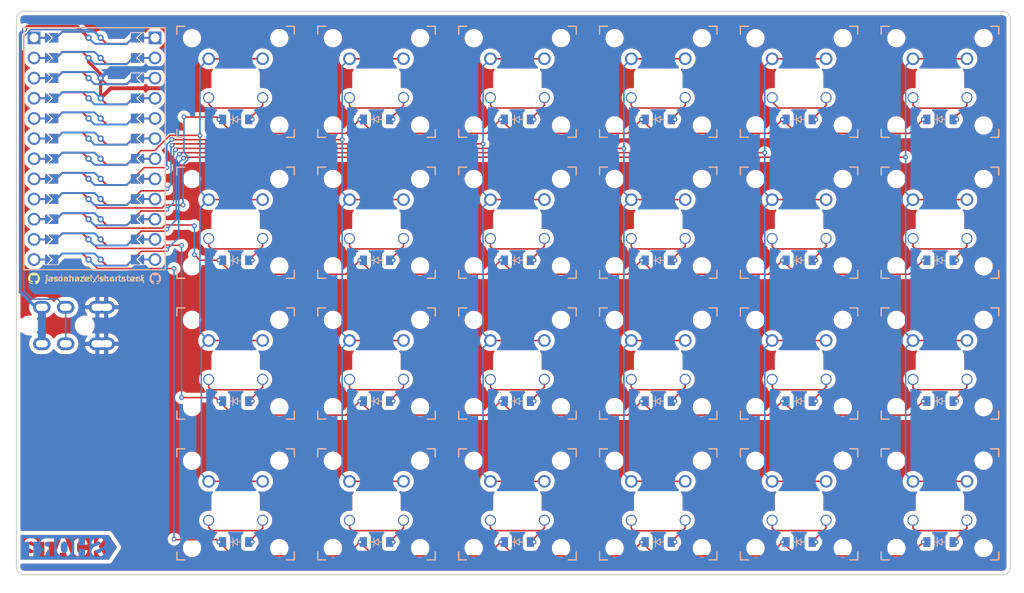
<source format=kicad_pcb>
(kicad_pcb (version 20211014) (generator pcbnew)
  (title_block (title "shortstack") (rev "v1.0.0") (company "Unknown"))
  (layers (0 "F.Cu" signal) (31 "B.Cu" signal) (34 "B.Paste" user) (35 "F.Paste" user) (36 "B.SilkS" user "B.Silkscreen") (37 "F.SilkS" user "F.Silkscreen") (38 "B.Mask" user) (39 "F.Mask" user) (44 "Edge.Cuts" user))
  (net 0 "")
  (net 1 "/r0")
  (net 2 "Net-(D1-Pad2)")
  (net 3 "/r1")
  (net 4 "Net-(D2-Pad2)")
  (net 5 "/r2")
  (net 6 "Net-(D3-Pad2)")
  (net 7 "/r3")
  (net 8 "Net-(D4-Pad2)")
  (net 9 "Net-(D5-Pad2)")
  (net 10 "Net-(D6-Pad2)")
  (net 11 "Net-(D7-Pad2)")
  (net 12 "Net-(D8-Pad2)")
  (net 13 "Net-(D9-Pad2)")
  (net 14 "Net-(D10-Pad2)")
  (net 15 "Net-(D11-Pad2)")
  (net 16 "Net-(D12-Pad2)")
  (net 17 "Net-(D13-Pad2)")
  (net 18 "Net-(D14-Pad2)")
  (net 19 "Net-(D15-Pad2)")
  (net 20 "Net-(D16-Pad2)")
  (net 21 "Net-(D17-Pad2)")
  (net 22 "Net-(D18-Pad2)")
  (net 23 "Net-(D19-Pad2)")
  (net 24 "Net-(D20-Pad2)")
  (net 25 "Net-(D21-Pad2)")
  (net 26 "Net-(D22-Pad2)")
  (net 27 "Net-(D23-Pad2)")
  (net 28 "Net-(D24-Pad2)")
  (net 29 "/c0")
  (net 30 "/c1")
  (net 31 "/c2")
  (net 32 "/c3")
  (net 33 "/c4")
  (net 34 "/c5")
  (net 44 "/GND")
  (net 45 "/TX")
  (net 46 "/RAW")
  (footprint "0-jasonhazel-footprints:Kailh-PG1425-X-Switch-revers" (layer "F.Cu") (at 35.5 0)
    (fp_text reference "SW9" hide)
    (fp_text value "SW_PUSH" hide)
  )
  (footprint "0-jasonhazel-footprints:Kailh-PG1425-X-Switch-revers" (layer "F.Cu") (at 71 0)
    (fp_text reference "SW17" hide)
    (fp_text value "SW_PUSH" hide)
  )
  (footprint "0-jasonhazel-footprints:Kailh-PG1425-X-Switch-revers" (layer "F.Cu") (at 88.75 -53.25)
    (fp_text reference "SW24" hide)
    (fp_text value "SW_PUSH" hide)
  )
  (footprint "kibuzzard-63D71F2F" (layer "F.Cu") (at -21.026569 5.41469)
    (fp_text reference "kibuzzard-63D71F2F" hide)
    (fp_text value "G***" hide)
  )
  (footprint "0-jasonhazel-footprints:Kailh-PG1425-X-Switch-revers" (layer "F.Cu") (at 0 -35.5)
    (fp_text reference "SW3" hide)
    (fp_text value "SW_PUSH" hide)
  )
  (footprint "0-jasonhazel-footprints:Kailh-PG1425-X-Switch-revers" (layer "F.Cu") (at 0 -53.25)
    (fp_text reference "SW4" hide)
    (fp_text value "SW_PUSH" hide)
  )
  (footprint "0-jasonhazel-footprints:Kailh-PG1425-X-Switch-revers" (layer "F.Cu") (at 88.75 0)
    (fp_text reference "SW21" hide)
    (fp_text value "SW_PUSH" hide)
  )
  (footprint "0-jasonhazel-footprints:Kailh-PG1425-X-Switch-revers" (layer "F.Cu") (at 17.75 -17.75)
    (fp_text reference "SW6" hide)
    (fp_text value "SW_PUSH" hide)
  )
  (footprint "0-jasonhazel-footprints:TRRS-PJ-320A-dual" (layer "F.Cu") (at -22.058891 -22.650274 90)
    (fp_text reference "J1" hide)
    (fp_text value "Conn_01x04_Male" hide)
  )
  (footprint "0-jasonhazel-footprints:Kailh-PG1425-X-Switch-revers" (layer "F.Cu") (at 53.25 -53.25)
    (fp_text reference "SW16" hide)
    (fp_text value "SW_PUSH" hide)
  )
  (footprint "0-jasonhazel-footprints:Kailh-PG1425-X-Switch-revers" (layer "F.Cu") (at 71 -35.5)
    (fp_text reference "SW19" hide)
    (fp_text value "SW_PUSH" hide)
  )
  (footprint "0-jasonhazel-footprints:github" (layer "F.Cu") (at -25.409921 -28.464504)
    (fp_text reference "GH2" hide)
    (fp_text value "jasonhazel/shortstack")
  )
  (footprint "0-jasonhazel-footprints:Kailh-PG1425-X-Switch-revers" (layer "F.Cu") (at 71 -53.25)
    (fp_text reference "SW20" hide)
    (fp_text value "SW_PUSH" hide)
  )
  (footprint "0-jasonhazel-footprints:Kailh-PG1425-X-Switch-revers" (layer "F.Cu") (at 35.5 -35.5)
    (fp_text reference "SW11" hide)
    (fp_text value "SW_PUSH" hide)
  )
  (footprint "0-jasonhazel-footprints:Kailh-PG1425-X-Switch-revers" (layer "F.Cu") (at 71 -17.75)
    (fp_text reference "SW18" hide)
    (fp_text value "SW_PUSH" hide)
  )
  (footprint "0-jasonhazel-footprints:ProMicro" (layer "F.Cu") (at -17.779965 -44.81442 -90)
    (fp_text reference "U1" hide)
    (fp_text value "ProMicro")
  )
  (footprint "0-jasonhazel-footprints:Kailh-PG1425-X-Switch-revers" (layer "F.Cu") (at 53.25 -17.75)
    (fp_text reference "SW14" hide)
    (fp_text value "SW_PUSH" hide)
  )
  (footprint "0-jasonhazel-footprints:Kailh-PG1425-X-Switch-revers" (layer "F.Cu") (at 35.5 -17.75)
    (fp_text reference "SW10" hide)
    (fp_text value "SW_PUSH" hide)
  )
  (footprint "0-jasonhazel-footprints:Kailh-PG1425-X-Switch-revers" (layer "F.Cu") (at 88.75 -17.75)
    (fp_text reference "SW22" hide)
    (fp_text value "SW_PUSH" hide)
  )
  (footprint "0-jasonhazel-footprints:Kailh-PG1425-X-Switch-revers" (layer "F.Cu") (at 53.25 0)
    (fp_text reference "SW13" hide)
    (fp_text value "SW_PUSH" hide)
  )
  (footprint "0-jasonhazel-footprints:Kailh-PG1425-X-Switch-revers" (layer "F.Cu") (at 35.5 -53.25)
    (fp_text reference "SW12" hide)
    (fp_text value "SW_PUSH" hide)
  )
  (footprint "0-jasonhazel-footprints:Kailh-PG1425-X-Switch-revers" (layer "F.Cu") (at 53.25 -35.5)
    (fp_text reference "SW15" hide)
    (fp_text value "SW_PUSH" hide)
  )
  (footprint "0-jasonhazel-footprints:Kailh-PG1425-X-Switch-revers" (layer "F.Cu") (at 17.75 -53.25)
    (fp_text reference "SW8" hide)
    (fp_text value "SW_PUSH" hide)
  )
  (footprint "0-jasonhazel-footprints:Kailh-PG1425-X-Switch-revers" (layer "F.Cu") (at 0 0)
    (fp_text reference "SW1" hide)
    (fp_text value "SW_PUSH" hide)
  )
  (footprint "0-jasonhazel-footprints:Kailh-PG1425-X-Switch-revers" (layer "F.Cu") (at 17.75 -35.5)
    (fp_text reference "SW7" hide)
    (fp_text value "SW_PUSH" hide)
  )
  (footprint "0-jasonhazel-footprints:Kailh-PG1425-X-Switch-revers" (layer "F.Cu") (at 17.75 0)
    (fp_text reference "SW5" hide)
    (fp_text value "SW_PUSH" hide)
  )
  (footprint "0-jasonhazel-footprints:Kailh-PG1425-X-Switch-revers" (layer "F.Cu") (at 88.75 -35.5)
    (fp_text reference "SW23" hide)
    (fp_text value "SW_PUSH" hide)
  )
  (footprint "0-jasonhazel-footprints:Kailh-PG1425-X-Switch-revers" (layer "F.Cu") (at 0 -17.75)
    (fp_text reference "SW2" hide)
    (fp_text value "SW_PUSH" hide)
  )
  (footprint "0-jasonhazel-footprints:D_SOD-123-rev" (layer "B.Cu") (at 0 -13)
    (fp_text reference "D2")
    (fp_text value "1N4148W")
  )
  (footprint "kibuzzard-63D71E25" (layer "B.Cu") (at -21.032876 5.413552 180)
    (fp_text reference "kibuzzard-63D71E25" hide)
    (fp_text value "G***" hide)
  )
  (footprint "0-jasonhazel-footprints:D_SOD-123-rev" (layer "B.Cu") (at 71 -48.5)
    (fp_text reference "D20")
    (fp_text value "1N4148W")
  )
  (footprint "0-jasonhazel-footprints:D_SOD-123-rev" (layer "B.Cu") (at 17.75 -13)
    (fp_text reference "D6")
    (fp_text value "1N4148W")
  )
  (footprint "0-jasonhazel-footprints:D_SOD-123-rev" (layer "B.Cu") (at 17.75 -30.75)
    (fp_text reference "D7")
    (fp_text value "1N4148W")
  )
  (footprint "0-jasonhazel-footprints:D_SOD-123-rev" (layer "B.Cu") (at 0 -48.5)
    (fp_text reference "D4")
    (fp_text value "1N4148W")
  )
  (footprint "0-jasonhazel-footprints:D_SOD-123-rev" (layer "B.Cu") (at 53.25 -13)
    (fp_text reference "D14")
    (fp_text value "1N4148W")
  )
  (footprint "0-jasonhazel-footprints:D_SOD-123-rev" (layer "B.Cu") (at 35.5 -13)
    (fp_text reference "D10")
    (fp_text value "1N4148W")
  )
  (footprint "0-jasonhazel-footprints:D_SOD-123-rev" (layer "B.Cu") (at 0 4.75)
    (fp_text reference "D1")
    (fp_text value "1N4148W")
  )
  (footprint "0-jasonhazel-footprints:D_SOD-123-rev" (layer "B.Cu") (at 53.25 -30.75)
    (fp_text reference "D15")
    (fp_text value "1N4148W")
  )
  (footprint "0-jasonhazel-footprints:D_SOD-123-rev" (layer "B.Cu") (at 71 4.75)
    (fp_text reference "D17")
    (fp_text value "1N4148W")
  )
  (footprint "0-jasonhazel-footprints:D_SOD-123-rev" (layer "B.Cu") (at 53.25 4.75)
    (fp_text reference "D13")
    (fp_text value "1N4148W")
  )
  (footprint "0-jasonhazel-footprints:D_SOD-123-rev" (layer "B.Cu") (at 35.5 -30.75)
    (fp_text reference "D11")
    (fp_text value "1N4148W")
  )
  (footprint "0-jasonhazel-footprints:D_SOD-123-rev" (layer "B.Cu") (at 88.75 -30.75)
    (fp_text reference "D23")
    (fp_text value "1N4148W")
  )
  (footprint "0-jasonhazel-footprints:D_SOD-123-rev" (layer "B.Cu") (at 53.25 -48.5)
    (fp_text reference "D16")
    (fp_text value "1N4148W")
  )
  (footprint "0-jasonhazel-footprints:D_SOD-123-rev" (layer "B.Cu") (at 0 -30.75)
    (fp_text reference "D3")
    (fp_text value "1N4148W")
  )
  (footprint "0-jasonhazel-footprints:D_SOD-123-rev" (layer "B.Cu") (at 35.5 -48.5)
    (fp_text reference "D12")
    (fp_text value "1N4148W")
  )
  (footprint "0-jasonhazel-footprints:D_SOD-123-rev" (layer "B.Cu") (at 17.75 4.75)
    (fp_text reference "D5")
    (fp_text value "1N4148W")
  )
  (footprint "0-jasonhazel-footprints:github" (layer "B.Cu") (at -10.130054 -28.480269 180)
    (fp_text reference "GH2" hide)
    (fp_text value "jasonhazel/shortstack")
  )
  (footprint "0-jasonhazel-footprints:D_SOD-123-rev" (layer "B.Cu") (at 88.75 4.75)
    (fp_text reference "D21")
    (fp_text value "1N4148W")
  )
  (footprint "0-jasonhazel-footprints:D_SOD-123-rev" (layer "B.Cu") (at 71 -13)
    (fp_text reference "D18")
    (fp_text value "1N4148W")
  )
  (footprint "0-jasonhazel-footprints:D_SOD-123-rev" (layer "B.Cu") (at 71 -30.75)
    (fp_text reference "D19")
    (fp_text value "1N4148W")
  )
  (footprint "0-jasonhazel-footprints:D_SOD-123-rev" (layer "B.Cu") (at 88.75 -13)
    (fp_text reference "D22")
    (fp_text value "1N4148W")
  )
  (footprint "0-jasonhazel-footprints:D_SOD-123-rev" (layer "B.Cu") (at 35.5 4.75)
    (fp_text reference "D9")
    (fp_text value "1N4148W")
  )
  (footprint "0-jasonhazel-footprints:D_SOD-123-rev" (layer "B.Cu") (at 17.75 -48.5)
    (fp_text reference "D8")
    (fp_text value "1N4148W")
  )
  (footprint "0-jasonhazel-footprints:D_SOD-123-rev" (layer "B.Cu") (at 88.75 -48.5)
    (fp_text reference "D24")
    (fp_text value "1N4148W")
  )
  (gr_arc (start 97.625 7.875) (mid 97.332107 8.582107) (end 96.625 8.875) (layer "Edge.Cuts") (width 0.15))
  (gr_arc (start 96.625 -62.125) (mid 97.332107 -61.832107) (end 97.625 -61.125) (layer "Edge.Cuts") (width 0.15))
  (gr_arc (start -26.625 8.875) (mid -27.332107 8.582107) (end -27.625 7.875) (layer "Edge.Cuts") (width 0.15))
  (gr_line (start -26.625 -62.125) (end 96.625 -62.125) (layer "Edge.Cuts") (width 0.15))
  (gr_line (start 97.625 -61.125) (end 97.625 7.875) (layer "Edge.Cuts") (width 0.15))
  (gr_line (start 96.625 8.875) (end -26.625 8.875) (layer "Edge.Cuts") (width 0.15))
  (gr_line (start -27.625 7.875) (end -27.625 -61.125) (layer "Edge.Cuts") (width 0.15))
  (gr_arc (start -27.625 -61.125) (mid -27.332107 -61.832107) (end -26.625 -62.125) (layer "Edge.Cuts") (width 0.15))
  (segment (start 49.387663 6.512337) (end 51.15 4.75) (width 0.2) (layer "F.Cu") (net 1))
  (segment (start 68.9 4.75) (end 70.662337 6.512337) (width 0.2) (layer "F.Cu") (net 1))
  (segment (start -2.4 4.45) (end -7.700278 4.45) (width 0.2) (layer "F.Cu") (net 1))
  (segment (start 13.887663 6.512337) (end 15.65 4.75) (width 0.2) (layer "F.Cu") (net 1))
  (segment (start -7.700278 4.45) (end -7.763115 4.387163) (width 0.2) (layer "F.Cu") (net 1))
  (segment (start -7.771351 -29.713301) (end -7.773211 -29.711441) (width 0.2) (layer "F.Cu") (net 1))
  (segment (start 67.137663 6.512337) (end 68.9 4.75) (width 0.2) (layer "F.Cu") (net 1))
  (segment (start 31.637663 6.512337) (end 33.4 4.75) (width 0.2) (layer "F.Cu") (net 1))
  (segment (start 17.412337 6.512337) (end 31.637663 6.512337) (width 0.2) (layer "F.Cu") (net 1))
  (segment (start 52.912337 6.512337) (end 67.137663 6.512337) (width 0.2) (layer "F.Cu") (net 1))
  (segment (start -2.1 4.75) (end -2.4 4.45) (width 0.2) (layer "F.Cu") (net 1))
  (segment (start 51.15 4.75) (end 52.912337 6.512337) (width 0.2) (layer "F.Cu") (net 1))
  (segment (start -7.773211 -29.711441) (end -17.408986 -29.711441) (width 0.2) (layer "F.Cu") (net 1))
  (segment (start 35.162337 6.512337) (end 49.387663 6.512337) (width 0.2) (layer "F.Cu") (net 1))
  (segment (start 84.887663 6.512337) (end 86.65 4.75) (width 0.2) (layer "F.Cu") (net 1))
  (segment (start 70.662337 6.512337) (end 84.887663 6.512337) (width 0.2) (layer "F.Cu") (net 1))
  (segment (start -0.337663 6.512337) (end 13.887663 6.512337) (width 0.2) (layer "F.Cu") (net 1))
  (segment (start -2.1 4.75) (end -0.337663 6.512337) (width 0.2) (layer "F.Cu") (net 1))
  (segment (start 33.4 4.75) (end 35.162337 6.512337) (width 0.2) (layer "F.Cu") (net 1))
  (segment (start 15.65 4.75) (end 17.412337 6.512337) (width 0.2) (layer "F.Cu") (net 1))
  (segment (start -17.408986 -29.711441) (end -18.541965 -30.84442) (width 0.2) (layer "F.Cu") (net 1))
  (via (at -7.771351 -29.713301) (size 0.6) (drill 0.3) (layers "F.Cu" "B.Cu") (net 1))
  (via (at -7.763115 4.387163) (size 0.6) (drill 0.3) (layers "F.Cu" "B.Cu") (net 1))
  (segment (start -7.763115 -29.705065) (end -7.763115 4.387163) (width 0.2) (layer "B.Cu") (net 1))
  (segment (start -7.771351 -29.713301) (end -7.763115 -29.705065) (width 0.2) (layer "B.Cu") (net 1))
  (segment (start 2.1 4.289957) (end 3.077457 3.3125) (width 0.2) (layer "F.Cu") (net 2))
  (segment (start 2.1 4.75) (end 2.1 4.289957) (width 0.2) (layer "F.Cu") (net 2))
  (segment (start -3.400008 2.93687) (end -3.400008 2.012336) (width 0.2) (layer "F.Cu") (net 2))
  (segment (start -3.024378 3.3125) (end -3.400008 2.93687) (width 0.2) (layer "F.Cu") (net 2))
  (segment (start 3.400008 2.989949) (end 3.077457 3.3125) (width 0.2) (layer "F.Cu") (net 2))
  (segment (start 3.400008 2) (end 3.400008 2.989949) (width 0.2) (layer "F.Cu") (net 2))
  (segment (start 3.077457 3.3125) (end -3.024378 3.3125) (width 0.2) (layer "F.Cu") (net 2))
  (segment (start 13.887663 -11.237663) (end 15.65 -13) (width 0.2) (layer "F.Cu") (net 3))
  (segment (start 33.4 -13) (end 35.162337 -11.237663) (width 0.2) (layer "F.Cu") (net 3))
  (segment (start 67.137663 -11.237663) (end 68.9 -13) (width 0.2) (layer "F.Cu") (net 3))
  (segment (start 15.65 -13) (end 17.412337 -11.237663) (width 0.2) (layer "F.Cu") (net 3))
  (segment (start -0.337663 -11.237663) (end 13.887663 -11.237663) (width 0.2) (layer "F.Cu") (net 3))
  (segment (start -6.829081 -32.644046) (end -8.889333 -32.644046) (width 0.2) (layer "F.Cu") (net 3))
  (segment (start 70.662337 -11.237663) (end 84.887663 -11.237663) (width 0.2) (layer "F.Cu") (net 3))
  (segment (start -17.39816 -32.240615) (end -18.541965 -33.38442) (width 0.2) (layer "F.Cu") (net 3))
  (segment (start 84.887663 -11.237663) (end 86.65 -13) (width 0.2) (layer "F.Cu") (net 3))
  (segment (start -2.1 -13) (end -0.337663 -11.237663) (width 0.2) (layer "F.Cu") (net 3))
  (segment (start 49.387663 -11.237663) (end 51.15 -13) (width 0.2) (layer "F.Cu") (net 3))
  (segment (start 31.637663 -11.237663) (end 33.4 -13) (width 0.2) (layer "F.Cu") (net 3))
  (segment (start 52.912337 -11.237663) (end 67.137663 -11.237663) (width 0.2) (layer "F.Cu") (net 3))
  (segment (start 68.9 -13) (end 70.662337 -11.237663) (width 0.2) (layer "F.Cu") (net 3))
  (segment (start 35.162337 -11.237663) (end 49.387663 -11.237663) (width 0.2) (layer "F.Cu") (net 3))
  (segment (start -2.1 -13) (end -2.547204 -13.447204) (width 0.2) (layer "F.Cu") (net 3))
  (segment (start -9.292764 -32.240615) (end -17.39816 -32.240615) (width 0.2) (layer "F.Cu") (net 3))
  (segment (start 51.15 -13) (end 52.912337 -11.237663) (width 0.2) (layer "F.Cu") (net 3))
  (segment (start -2.547204 -13.447204) (end -6.819077 -13.447204) (width 0.2) (layer "F.Cu") (net 3))
  (segment (start -8.889333 -32.644046) (end -9.292764 -32.240615) (width 0.2) (layer "F.Cu") (net 3))
  (segment (start -6.816577 -32.631542) (end -6.829081 -32.644046) (width 0.2) (layer "F.Cu") (net 3))
  (segment (start 17.412337 -11.237663) (end 31.637663 -11.237663) (width 0.2) (layer "F.Cu") (net 3))
  (via (at -6.816577 -32.631542) (size 0.6) (drill 0.3) (layers "F.Cu" "B.Cu") (net 3))
  (via (at -6.819077 -13.447204) (size 0.6) (drill 0.3) (layers "F.Cu" "B.Cu") (net 3))
  (segment (start -6.819077 -32.629042) (end -6.819077 -13.447204) (width 0.2) (layer "B.Cu") (net 3))
  (segment (start -6.816577 -32.631542) (end -6.819077 -32.629042) (width 0.2) (layer "B.Cu") (net 3))
  (segment (start 3.400008 -15.75) (end 3.400008 -14.760051) (width 0.2) (layer "F.Cu") (net 4))
  (segment (start 2.1 -13) (end 2.1 -13.460043) (width 0.2) (layer "F.Cu") (net 4))
  (segment (start 3.077457 -14.4375) (end -3.11878 -14.4375) (width 0.2) (layer "F.Cu") (net 4))
  (segment (start 2.1 -13.460043) (end 3.077457 -14.4375) (width 0.2) (layer "F.Cu") (net 4))
  (segment (start -3.400008 -14.718728) (end -3.400008 -15.737664) (width 0.2) (layer "F.Cu") (net 4))
  (segment (start -3.11878 -14.4375) (end -3.400008 -14.718728) (width 0.2) (layer "F.Cu") (net 4))
  (segment (start 3.400008 -14.760051) (end 3.077457 -14.4375) (width 0.2) (layer "F.Cu") (net 4))
  (segment (start 52.912337 -28.987663) (end 67.137663 -28.987663) (width 0.2) (layer "F.Cu") (net 5))
  (segment (start 31.637663 -28.987663) (end 33.4 -30.75) (width 0.2) (layer "F.Cu") (net 5))
  (segment (start 13.887663 -28.987663) (end 15.65 -30.75) (width 0.2) (layer "F.Cu") (net 5))
  (segment (start 15.65 -30.75) (end 17.412337 -28.987663) (width 0.2) (layer "F.Cu") (net 5))
  (segment (start -4.498439 -30.75) (end -5.192341 -31.443902) (width 0.2) (layer "F.Cu") (net 5))
  (segment (start 70.662337 -28.987663) (end 84.887663 -28.987663) (width 0.2) (layer "F.Cu") (net 5))
  (segment (start 49.387663 -28.987663) (end 51.15 -30.75) (width 0.2) (layer "F.Cu") (net 5))
  (segment (start -5.300718 -35.199268) (end -8.878008 -35.199268) (width 0.2) (layer "F.Cu") (net 5))
  (segment (start -9.186717 -34.890559) (end -9.186717 -34.888962) (width 0.2) (layer "F.Cu") (net 5))
  (segment (start 17.412337 -28.987663) (end 31.637663 -28.987663) (width 0.2) (layer "F.Cu") (net 5))
  (segment (start -17.419465 -34.80192) (end -18.541965 -35.92442) (width 0.2) (layer "F.Cu") (net 5))
  (segment (start 67.137663 -28.987663) (end 68.9 -30.75) (width 0.2) (layer "F.Cu") (net 5))
  (segment (start 84.887663 -28.987663) (end 86.65 -30.75) (width 0.2) (layer "F.Cu") (net 5))
  (segment (start -5.204584 -35.103134) (end -5.300718 -35.199268) (width 0.2) (layer "F.Cu") (net 5))
  (segment (start -9.186717 -34.888962) (end -9.273759 -34.80192) (width 0.2) (layer "F.Cu") (net 5))
  (segment (start -0.337663 -28.987663) (end 13.887663 -28.987663) (width 0.2) (layer "F.Cu") (net 5))
  (segment (start 35.162337 -28.987663) (end 49.387663 -28.987663) (width 0.2) (layer "F.Cu") (net 5))
  (segment (start 51.15 -30.75) (end 52.912337 -28.987663) (width 0.2) (layer "F.Cu") (net 5))
  (segment (start -9.273759 -34.80192) (end -17.419465 -34.80192) (width 0.2) (layer "F.Cu") (net 5))
  (segment (start 33.4 -30.75) (end 35.162337 -28.987663) (width 0.2) (layer "F.Cu") (net 5))
  (segment (start 68.9 -30.75) (end 70.662337 -28.987663) (width 0.2) (layer "F.Cu") (net 5))
  (segment (start -8.878008 -35.199268) (end -9.186717 -34.890559) (width 0.2) (layer "F.Cu") (net 5))
  (segment (start -2.1 -30.75) (end -0.337663 -28.987663) (width 0.2) (layer "F.Cu") (net 5))
  (segment (start -2.1 -30.75) (end -4.498439 -30.75) (width 0.2) (layer "F.Cu") (net 5))
  (via (at -5.204584 -35.103134) (size 0.6) (drill 0.3) (layers "F.Cu" "B.Cu") (net 5))
  (via (at -5.192341 -31.443902) (size 0.6) (drill 0.3) (layers "F.Cu" "B.Cu") (net 5))
  (segment (start -5.204584 -35.103134) (end -5.192341 -35.090891) (width 0.2) (layer "B.Cu") (net 5))
  (segment (start -5.192341 -35.090891) (end -5.192341 -31.443902) (width 0.2) (layer "B.Cu") (net 5))
  (segment (start 3.400008 -33.5) (end 3.400008 -32.510051) (width 0.2) (layer "F.Cu") (net 6))
  (segment (start 3.077457 -32.1875) (end -3.015664 -32.1875) (width 0.2) (layer "F.Cu") (net 6))
  (segment (start -3.400008 -32.571844) (end -3.400008 -33.487664) (width 0.2) (layer "F.Cu") (net 6))
  (segment (start 2.1 -30.75) (end 2.1 -31.210043) (width 0.2) (layer "F.Cu") (net 6))
  (segment (start 3.400008 -32.510051) (end 3.077457 -32.1875) (width 0.2) (layer "F.Cu") (net 6))
  (segment (start 2.1 -31.210043) (end 3.077457 -32.1875) (width 0.2) (layer "F.Cu") (net 6))
  (segment (start -3.015664 -32.1875) (end -3.400008 -32.571844) (width 0.2) (layer "F.Cu") (net 6))
  (segment (start 70.662337 -46.737663) (end 84.887663 -46.737663) (width 0.2) (layer "F.Cu") (net 7))
  (segment (start 52.912337 -46.737663) (end 67.137663 -46.737663) (width 0.2) (layer "F.Cu") (net 7))
  (segment (start 68.9 -48.5) (end 70.662337 -46.737663) (width 0.2) (layer "F.Cu") (net 7))
  (segment (start 13.887663 -46.737663) (end 15.65 -48.5) (width 0.2) (layer "F.Cu") (net 7))
  (segment (start -0.337663 -46.737663) (end 13.887663 -46.737663) (width 0.2) (layer "F.Cu") (net 7))
  (segment (start -2.4 -48.8) (end -6.488467 -48.8) (width 0.2) (layer "F.Cu") (net 7))
  (segment (start 67.137663 -46.737663) (end 68.9 -48.5) (width 0.2) (layer "F.Cu") (net 7))
  (segment (start -9.288813 -37.343926) (end -17.421471 -37.343926) (width 0.2) (layer "F.Cu") (net 7))
  (segment (start 33.4 -48.5) (end 35.162337 -46.737663) (width 0.2) (layer "F.Cu") (net 7))
  (segment (start -8.924846 -37.707893) (end -9.288813 -37.343926) (width 0.2) (layer "F.Cu") (net 7))
  (segment (start -6.488467 -48.8) (end -6.515887 -48.82742) (width 0.2) (layer "F.Cu") (net 7))
  (segment (start -2.1 -48.5) (end -2.4 -48.8) (width 0.2) (layer "F.Cu") (net 7))
  (segment (start 31.637663 -46.737663) (end 33.4 -48.5) (width 0.2) (layer "F.Cu") (net 7))
  (segment (start 49.387663 -46.737663) (end 51.15 -48.5) (width 0.2) (layer "F.Cu") (net 7))
  (segment (start -17.421471 -37.343926) (end -18.541965 -38.46442) (width 0.2) (layer "F.Cu") (net 7))
  (segment (start 17.412337 -46.737663) (end 31.637663 -46.737663) (width 0.2) (layer "F.Cu") (net 7))
  (segment (start 35.162337 -46.737663) (end 49.387663 -46.737663) (width 0.2) (layer "F.Cu") (net 7))
  (segment (start 15.65 -48.5) (end 17.412337 -46.737663) (width 0.2) (layer "F.Cu") (net 7))
  (segment (start -2.1 -48.5) (end -0.337663 -46.737663) (width 0.2) (layer "F.Cu") (net 7))
  (segment (start -6.636512 -37.707893) (end -8.924846 -37.707893) (width 0.2) (layer "F.Cu") (net 7))
  (segment (start 84.887663 -46.737663) (end 86.65 -48.5) (width 0.2) (layer "F.Cu") (net 7))
  (segment (start 51.15 -48.5) (end 52.912337 -46.737663) (width 0.2) (layer "F.Cu") (net 7))
  (via (at -6.515887 -48.82742) (size 0.6) (drill 0.3) (layers "F.Cu" "B.Cu") (net 7))
  (via (at -6.636512 -37.707893) (size 0.6) (drill 0.3) (layers "F.Cu" "B.Cu") (net 7))
  (segment (start -6.636512 -37.707893) (end -6.636512 -42.794696) (width 0.2) (layer "B.Cu") (net 7))
  (segment (start -6.515887 -44.31825) (end -6.515887 -48.82742) (width 0.2) (layer "B.Cu") (net 7))
  (segment (start -6.037512 -43.393696) (end -6.037512 -43.839875) (width 0.2) (layer "B.Cu") (net 7))
  (segment (start -6.636512 -42.794696) (end -6.037512 -43.393696) (width 0.2) (layer "B.Cu") (net 7))
  (segment (start -6.037512 -43.839875) (end -6.515887 -44.31825) (width 0.2) (layer "B.Cu") (net 7))
  (segment (start 2.1 -48.5) (end 2.1 -48.960043) (width 0.2) (layer "F.Cu") (net 8))
  (segment (start 2.1 -48.960043) (end 3.077457 -49.9375) (width 0.2) (layer "F.Cu") (net 8))
  (segment (start 3.077457 -49.9375) (end -2.920125 -49.9375) (width 0.2) (layer "F.Cu") (net 8))
  (segment (start 3.400008 -51.25) (end 3.400008 -50.260051) (width 0.2) (layer "F.Cu") (net 8))
  (segment (start -3.400008 -50.417383) (end -3.400008 -51.237664) (width 0.2) (layer "F.Cu") (net 8))
  (segment (start 3.400008 -50.260051) (end 3.077457 -49.9375) (width 0.2) (layer "F.Cu") (net 8))
  (segment (start -2.920125 -49.9375) (end -3.400008 -50.417383) (width 0.2) (layer "F.Cu") (net 8))
  (segment (start 14.671543 3.3125) (end 14.349992 2.990949) (width 0.2) (layer "F.Cu") (net 9))
  (segment (start 19.85 4.289957) (end 20.827457 3.3125) (width 0.2) (layer "F.Cu") (net 9))
  (segment (start 21.150008 2.989949) (end 20.827457 3.3125) (width 0.2) (layer "F.Cu") (net 9))
  (segment (start 14.349992 2.990949) (end 14.349992 2.012336) (width 0.2) (layer "F.Cu") (net 9))
  (segment (start 20.827457 3.3125) (end 14.671543 3.3125) (width 0.2) (layer "F.Cu") (net 9))
  (segment (start 21.150008 2) (end 21.150008 2.989949) (width 0.2) (layer "F.Cu") (net 9))
  (segment (start 19.85 4.75) (end 19.85 4.289957) (width 0.2) (layer "F.Cu") (net 9))
  (segment (start 21.150008 -14.760051) (end 20.827457 -14.4375) (width 0.2) (layer "F.Cu") (net 10))
  (segment (start 14.583024 -14.4375) (end 14.349992 -14.670532) (width 0.2) (layer "F.Cu") (net 10))
  (segment (start 19.85 -13.460043) (end 20.827457 -14.4375) (width 0.2) (layer "F.Cu") (net 10))
  (segment (start 14.349992 -14.670532) (end 14.349992 -15.737664) (width 0.2) (layer "F.Cu") (net 10))
  (segment (start 21.150008 -15.75) (end 21.150008 -14.760051) (width 0.2) (layer "F.Cu") (net 10))
  (segment (start 20.827457 -14.4375) (end 14.583024 -14.4375) (width 0.2) (layer "F.Cu") (net 10))
  (segment (start 19.85 -13) (end 19.85 -13.460043) (width 0.2) (layer "F.Cu") (net 10))
  (segment (start 14.660207 -32.1875) (end 14.349992 -32.497715) (width 0.2) (layer "F.Cu") (net 11))
  (segment (start 14.349992 -32.497715) (end 14.349992 -33.487664) (width 0.2) (layer "F.Cu") (net 11))
  (segment (start 20.827457 -32.1875) (end 14.660207 -32.1875) (width 0.2) (layer "F.Cu") (net 11))
  (segment (start 21.150008 -32.510051) (end 20.827457 -32.1875) (width 0.2) (layer "F.Cu") (net 11))
  (segment (start 19.85 -30.75) (end 19.85 -31.210043) (width 0.2) (layer "F.Cu") (net 11))
  (segment (start 19.85 -31.210043) (end 20.827457 -32.1875) (width 0.2) (layer "F.Cu") (net 11))
  (segment (start 21.150008 -33.5) (end 21.150008 -32.510051) (width 0.2) (layer "F.Cu") (net 11))
  (segment (start 14.349992 -50.179636) (end 14.349992 -51.237664) (width 0.2) (layer "F.Cu") (net 12))
  (segment (start 19.85 -48.960043) (end 20.827457 -49.9375) (width 0.2) (layer "F.Cu") (net 12))
  (segment (start 14.592128 -49.9375) (end 14.349992 -50.179636) (width 0.2) (layer "F.Cu") (net 12))
  (segment (start 21.150008 -50.260051) (end 20.827457 -49.9375) (width 0.2) (layer "F.Cu") (net 12))
  (segment (start 20.827457 -49.9375) (end 14.592128 -49.9375) (width 0.2) (layer "F.Cu") (net 12))
  (segment (start 19.85 -48.5) (end 19.85 -48.960043) (width 0.2) (layer "F.Cu") (net 12))
  (segment (start 21.150008 -51.25) (end 21.150008 -50.260051) (width 0.2) (layer "F.Cu") (net 12))
  (segment (start 32.099992 3.002285) (end 32.099992 2.012336) (width 0.2) (layer "F.Cu") (net 13))
  (segment (start 37.6 4.289957) (end 38.577457 3.3125) (width 0.2) (layer "F.Cu") (net 13))
  (segment (start 38.577457 3.3125) (end 32.410207 3.3125) (width 0.2) (layer "F.Cu") (net 13))
  (segment (start 38.900008 2.989949) (end 38.577457 3.3125) (width 0.2) (layer "F.Cu") (net 13))
  (segment (start 37.6 4.75) (end 37.6 4.289957) (width 0.2) (layer "F.Cu") (net 13))
  (segment (start 32.410207 3.3125) (end 32.099992 3.002285) (width 0.2) (layer "F.Cu") (net 13))
  (segment (start 38.900008 2) (end 38.900008 2.989949) (width 0.2) (layer "F.Cu") (net 13))
  (segment (start 37.6 -13.460043) (end 38.577457 -14.4375) (width 0.2) (layer "F.Cu") (net 14))
  (segment (start 32.410207 -14.4375) (end 32.099992 -14.747715) (width 0.2) (layer "F.Cu") (net 14))
  (segment (start 38.900008 -15.75) (end 38.900008 -14.760051) (width 0.2) (layer "F.Cu") (net 14))
  (segment (start 37.6 -13) (end 37.6 -13.460043) (width 0.2) (layer "F.Cu") (net 14))
  (segment (start 38.577457 -14.4375) (end 32.410207 -14.4375) (width 0.2) (layer "F.Cu") (net 14))
  (segment (start 38.900008 -14.760051) (end 38.577457 -14.4375) (width 0.2) (layer "F.Cu") (net 14))
  (segment (start 32.099992 -14.747715) (end 32.099992 -15.737664) (width 0.2) (layer "F.Cu") (net 14))
  (segment (start 32.099992 -32.487516) (end 32.099992 -33.487664) (width 0.2) (layer "F.Cu") (net 15))
  (segment (start 38.900008 -33.5) (end 38.900008 -32.510051) (width 0.2) (layer "F.Cu") (net 15))
  (segment (start 37.6 -30.75) (end 37.6 -31.210043) (width 0.2) (layer "F.Cu") (net 15))
  (segment (start 32.400008 -32.1875) (end 32.099992 -32.487516) (width 0.2) (layer "F.Cu") (net 15))
  (segment (start 37.6 -31.210043) (end 38.577457 -32.1875) (width 0.2) (layer "F.Cu") (net 15))
  (segment (start 38.577457 -32.1875) (end 32.400008 -32.1875) (width 0.2) (layer "F.Cu") (net 15))
  (segment (start 38.900008 -32.510051) (end 38.577457 -32.1875) (width 0.2) (layer "F.Cu") (net 15))
  (segment (start 37.6 -48.960043) (end 38.577457 -49.9375) (width 0.2) (layer "F.Cu") (net 16))
  (segment (start 38.900008 -51.25) (end 38.900008 -50.260051) (width 0.2) (layer "F.Cu") (net 16))
  (segment (start 32.099992 -50.272286) (end 32.099992 -51.237664) (width 0.2) (layer "F.Cu") (net 16))
  (segment (start 32.434778 -49.9375) (end 32.099992 -50.272286) (width 0.2) (layer "F.Cu") (net 16))
  (segment (start 37.6 -48.5) (end 37.6 -48.960043) (width 0.2) (layer "F.Cu") (net 16))
  (segment (start 38.577457 -49.9375) (end 32.434778 -49.9375) (width 0.2) (layer "F.Cu") (net 16))
  (segment (start 38.900008 -50.260051) (end 38.577457 -49.9375) (width 0.2) (layer "F.Cu") (net 16))
  (segment (start 55.35 4.75) (end 55.35 4.289957) (width 0.2) (layer "F.Cu") (net 17))
  (segment (start 55.35 4.289957) (end 56.307795 3.332162) (width 0.2) (layer "F.Cu") (net 17))
  (segment (start 56.650008 2) (end 56.650008 2.989949) (width 0.2) (layer "F.Cu") (net 17))
  (segment (start 50.146528 3.332162) (end 49.849992 3.035626) (width 0.2) (layer "F.Cu") (net 17))
  (segment (start 49.849992 3.035626) (end 49.849992 2.012336) (width 0.2) (layer "F.Cu") (net 17))
  (segment (start 56.650008 2.989949) (end 56.307795 3.332162) (width 0.2) (layer "F.Cu") (net 17))
  (segment (start 56.307795 3.332162) (end 50.146528 3.332162) (width 0.2) (layer "F.Cu") (net 17))
  (segment (start 56.327457 -14.4375) (end 50.160207 -14.4375) (width 0.2) (layer "F.Cu") (net 18))
  (segment (start 55.35 -13.460043) (end 56.327457 -14.4375) (width 0.2) (layer "F.Cu") (net 18))
  (segment (start 56.650008 -14.760051) (end 56.327457 -14.4375) (width 0.2) (layer "F.Cu") (net 18))
  (segment (start 56.650008 -15.75) (end 56.650008 -14.760051) (width 0.2) (layer "F.Cu") (net 18))
  (segment (start 55.35 -13) (end 55.35 -13.460043) (width 0.2) (layer "F.Cu") (net 18))
  (segment (start 49.849992 -14.747715) (end 49.849992 -15.737664) (width 0.2) (layer "F.Cu") (net 18))
  (segment (start 50.160207 -14.4375) (end 49.849992 -14.747715) (width 0.2) (layer "F.Cu") (net 18))
  (segment (start 56.650008 -32.510051) (end 56.327457 -32.1875) (width 0.2) (layer "F.Cu") (net 19))
  (segment (start 49.849992 -32.444789) (end 49.849992 -33.487664) (width 0.2) (layer "F.Cu") (net 19))
  (segment (start 55.35 -31.210043) (end 56.327457 -32.1875) (width 0.2) (layer "F.Cu") (net 19))
  (segment (start 50.107281 -32.1875) (end 49.849992 -32.444789) (width 0.2) (layer "F.Cu") (net 19))
  (segment (start 56.327457 -32.1875) (end 50.107281 -32.1875) (width 0.2) (layer "F.Cu") (net 19))
  (segment (start 56.650008 -33.5) (end 56.650008 -32.510051) (width 0.2) (layer "F.Cu") (net 19))
  (segment (start 55.35 -30.75) (end 55.35 -31.210043) (width 0.2) (layer "F.Cu") (net 19))
  (segment (start 56.650008 -51.25) (end 56.650008 -50.260051) (width 0.2) (layer "F.Cu") (net 20))
  (segment (start 50.130227 -49.9375) (end 49.849992 -50.217735) (width 0.2) (layer "F.Cu") (net 20))
  (segment (start 56.650008 -50.260051) (end 56.327457 -49.9375) (width 0.2) (layer "F.Cu") (net 20))
  (segment (start 55.35 -48.960043) (end 56.327457 -49.9375) (width 0.2) (layer "F.Cu") (net 20))
  (segment (start 56.327457 -49.9375) (end 50.130227 -49.9375) (width 0.2) (layer "F.Cu") (net 20))
  (segment (start 55.35 -48.5) (end 55.35 -48.960043) (width 0.2) (layer "F.Cu") (net 20))
  (segment (start 49.849992 -50.217735) (end 49.849992 -51.237664) (width 0.2) (layer "F.Cu") (net 20))
  (segment (start 67.599992 3.010586) (end 67.599992 2.012336) (width 0.2) (layer "F.Cu") (net 21))
  (segment (start 73.1 4.75) (end 73.1 4.289957) (width 0.2) (layer "F.Cu") (net 21))
  (segment (start 74.400008 2) (end 74.400008 2.989949) (width 0.2) (layer "F.Cu") (net 21))
  (segment (start 74.077457 3.3125) (end 67.901906 3.3125) (width 0.2) (layer "F.Cu") (net 21))
  (segment (start 67.901906 3.3125) (end 67.599992 3.010586) (width 0.2) (layer "F.Cu") (net 21))
  (segment (start 73.1 4.289957) (end 74.077457 3.3125) (width 0.2) (layer "F.Cu") (net 21))
  (segment (start 74.400008 2.989949) (end 74.077457 3.3125) (width 0.2) (layer "F.Cu") (net 21))
  (segment (start 67.599992 -14.747715) (end 67.599992 -15.737664) (width 0.2) (layer "F.Cu") (net 22))
  (segment (start 74.400008 -15.75) (end 74.400008 -14.760051) (width 0.2) (layer "F.Cu") (net 22))
  (segment (start 73.1 -13.460043) (end 74.077457 -14.4375) (width 0.2) (layer "F.Cu") (net 22))
  (segment (start 74.077457 -14.4375) (end 67.910207 -14.4375) (width 0.2) (layer "F.Cu") (net 22))
  (segment (start 73.1 -13) (end 73.1 -13.460043) (width 0.2) (layer "F.Cu") (net 22))
  (segment (start 67.910207 -14.4375) (end 67.599992 -14.747715) (width 0.2) (layer "F.Cu") (net 22))
  (segment (start 74.400008 -14.760051) (end 74.077457 -14.4375) (width 0.2) (layer "F.Cu") (net 22))
  (segment (start 74.077457 -32.1875) (end 67.910207 -32.1875) (width 0.2) (layer "F.Cu") (net 23))
  (segment (start 73.1 -30.75) (end 73.1 -31.210043) (width 0.2) (layer "F.Cu") (net 23))
  (segment (start 67.910207 -32.1875) (end 67.599992 -32.497715) (width 0.2) (layer "F.Cu") (net 23))
  (segment (start 67.599992 -32.497715) (end 67.599992 -33.487664) (width 0.2) (layer "F.Cu") (net 23))
  (segment (start 74.400008 -32.510051) (end 74.077457 -32.1875) (width 0.2) (layer "F.Cu") (net 23))
  (segment (start 74.400008 -33.5) (end 74.400008 -32.510051) (width 0.2) (layer "F.Cu") (net 23))
  (segment (start 73.1 -31.210043) (end 74.077457 -32.1875) (width 0.2) (layer "F.Cu") (net 23))
  (segment (start 74.400008 -51.25) (end 74.400008 -50.260051) (width 0.2) (layer "F.Cu") (net 24))
  (segment (start 73.1 -48.960043) (end 74.077457 -49.9375) (width 0.2) (layer "F.Cu") (net 24))
  (segment (start 74.077457 -49.9375) (end 68.392893 -49.9375) (width 0.2) (layer "F.Cu") (net 24))
  (segment (start 74.400008 -50.260051) (end 74.077457 -49.9375) (width 0.2) (layer "F.Cu") (net 24))
  (segment (start 68.392893 -49.9375) (end 67.599992 -50.730401) (width 0.2) (layer "F.Cu") (net 24))
  (segment (start 73.1 -48.5) (end 73.1 -48.960043) (width 0.2) (layer "F.Cu") (net 24))
  (segment (start 67.599992 -50.730401) (end 67.599992 -51.237664) (width 0.2) (layer "F.Cu") (net 24))
  (segment (start 90.85 4.289957) (end 91.827457 3.3125) (width 0.2) (layer "F.Cu") (net 25))
  (segment (start 85.349992 3.013803) (end 85.349992 2.012336) (width 0.2) (layer "F.Cu") (net 25))
  (segment (start 91.827457 3.3125) (end 85.648689 3.3125) (width 0.2) (layer "F.Cu") (net 25))
  (segment (start 92.150008 2) (end 92.150008 2.989949) (width 0.2) (layer "F.Cu") (net 25))
  (segment (start 85.648689 3.3125) (end 85.349992 3.013803) (width 0.2) (layer "F.Cu") (net 25))
  (segment (start 92.150008 2.989949) (end 91.827457 3.3125) (width 0.2) (layer "F.Cu") (net 25))
  (segment (start 90.85 4.75) (end 90.85 4.289957) (width 0.2) (layer "F.Cu") (net 25))
  (segment (start 92.150008 -14.760051) (end 91.827457 -14.4375) (width 0.2) (layer "F.Cu") (net 26))
  (segment (start 91.827457 -14.4375) (end 85.575631 -14.4375) (width 0.2) (layer "F.Cu") (net 26))
  (segment (start 90.85 -13.460043) (end 91.827457 -14.4375) (width 0.2) (layer "F.Cu") (net 26))
  (segment (start 85.575631 -14.4375) (end 85.349992 -14.663139) (width 0.2) (layer "F.Cu") (net 26))
  (segment (start 85.349992 -14.663139) (end 85.349992 -15.737664) (width 0.2) (layer "F.Cu") (net 26))
  (segment (start 92.150008 -15.75) (end 92.150008 -14.760051) (width 0.2) (layer "F.Cu") (net 26))
  (segment (start 90.85 -13) (end 90.85 -13.460043) (width 0.2) (layer "F.Cu") (net 26))
  (segment (start 91.827457 -32.1875) (end 85.660207 -32.1875) (width 0.2) (layer "F.Cu") (net 27))
  (segment (start 92.150008 -33.5) (end 92.150008 -32.510051) (width 0.2) (layer "F.Cu") (net 27))
  (segment (start 85.349992 -32.497715) (end 85.349992 -33.487664) (width 0.2) (layer "F.Cu") (net 27))
  (segment (start 85.660207 -32.1875) (end 85.349992 -32.497715) (width 0.2) (layer "F.Cu") (net 27))
  (segment (start 92.150008 -32.510051) (end 91.827457 -32.1875) (width 0.2) (layer "F.Cu") (net 27))
  (segment (start 90.85 -31.210043) (end 91.827457 -32.1875) (width 0.2) (layer "F.Cu") (net 27))
  (segment (start 90.85 -30.75) (end 90.85 -31.210043) (width 0.2) (layer "F.Cu") (net 27))
  (segment (start 85.349992 -50.312429) (end 85.349992 -51.237664) (width 0.2) (layer "F.Cu") (net 28))
  (segment (start 85.737607 -49.924814) (end 85.349992 -50.312429) (width 0.2) (layer "F.Cu") (net 28))
  (segment (start 91.814771 -49.924814) (end 85.737607 -49.924814) (width 0.2) (layer "F.Cu") (net 28))
  (segment (start 90.85 -48.960043) (end 91.814771 -49.924814) (width 0.2) (layer "F.Cu") (net 28))
  (segment (start 92.150008 -51.25) (end 92.150008 -50.260051) (width 0.2) (layer "F.Cu") (net 28))
  (segment (start 90.85 -48.5) (end 90.85 -48.960043) (width 0.2) (layer "F.Cu") (net 28))
  (segment (start 92.150008 -50.260051) (end 91.814771 -49.924814) (width 0.2) (layer "F.Cu") (net 28))
  (segment (start -11.924738 -44.573647) (end -12.953965 -43.54442) (width 0.2) (layer "F.Cu") (net 29))
  (segment (start -4.503581 -46.491) (end -8.300987 -46.491) (width 0.2) (layer "F.Cu") (net 29))
  (segment (start -3.387672 -2.9) (end -3.400008 -2.887664) (width 0.2) (layer "F.Cu") (net 29))
  (segment (start -4.499991 -46.48741) (end -4.503581 -46.491) (width 0.2) (layer "F.Cu") (net 29))
  (segment (start 3.400008 -38.4) (end -3.387672 -38.4) (width 0.2) (layer "F.Cu") (net 29))
  (segment (start -3.400008 -56.137664) (end 3.387672 -56.137664) (width 0.2) (layer "F.Cu") (net 29))
  (segment (start -8.300987 -46.491) (end -10.21834 -44.573647) (width 0.2) (layer "F.Cu") (net 29))
  (segment (start 3.400008 -2.9) (end -3.387672 -2.9) (width 0.2) (layer "F.Cu") (net 29))
  (segment (start -10.21834 -44.573647) (end -11.924738 -44.573647) (width 0.2) (layer "F.Cu") (net 29))
  (segment (start 3.387672 -20.637664) (end 3.400008 -20.65) (width 0.2) (layer "F.Cu") (net 29))
  (segment (start 3.387672 -56.137664) (end 3.400008 -56.15) (width 0.2) (layer "F.Cu") (net 29))
  (segment (start -4.499991 -46.48741) (end -4.507852 -46.495271) (width 0.2) (layer "F.Cu") (net 29))
  (segment (start -3.387672 -38.4) (end -3.400008 -38.387664) (width 0.2) (layer "F.Cu") (net 29))
  (segment (start -3.400008 -20.637664) (end 3.387672 -20.637664) (width 0.2) (layer "F.Cu") (net 29))
  (via (at -4.499991 -46.48741) (size 0.6) (drill 0.3) (layers "F.Cu" "B.Cu") (net 29))
  (segment (start -4.499991 -37.287681) (end -4.499991 -21.737647) (width 0.2) (layer "B.Cu") (net 29))
  (segment (start -3.400008 -38.387664) (end -4.499991 -37.287681) (width 0.2) (layer "B.Cu") (net 29))
  (segment (start -4.499991 -39.487647) (end -3.400008 -38.387664) (width 0.2) (layer "B.Cu") (net 29))
  (segment (start -4.499991 -46.48741) (end -4.499991 -55.037681) (width 0.2) (layer "B.Cu") (net 29))
  (segment (start -4.499991 -55.037681) (end -3.400008 -56.137664) (width 0.2) (layer "B.Cu") (net 29))
  (segment (start -4.327008 -19.710664) (end -4.327008 -3.814664) (width 0.2) (layer "B.Cu") (net 29))
  (segment (start -4.499991 -21.737647) (end -3.400008 -20.637664) (width 0.2) (layer "B.Cu") (net 29))
  (segment (start -4.327008 -3.814664) (end -3.400008 -2.887664) (width 0.2) (layer "B.Cu") (net 29))
  (segment (start -4.499991 -46.48741) (end -4.499991 -39.487647) (width 0.2) (layer "B.Cu") (net 29))
  (segment (start -3.400008 -20.637664) (end -4.327008 -19.710664) (width 0.2) (layer "B.Cu") (net 29))
  (segment (start 21.150008 -38.4) (end 14.362328 -38.4) (width 0.2) (layer "F.Cu") (net 30))
  (segment (start 14.362328 -2.9) (end 14.349992 -2.887664) (width 0.2) (layer "F.Cu") (net 30))
  (segment (start -8.043135 -45.9645) (end -8.026793 -45.948158) (width 0.2) (layer "F.Cu") (net 30))
  (segment (start -8.671849 -42.42642) (end -11.531965 -42.42642) (width 0.2) (layer "F.Cu") (net 30))
  (segment (start 21.150008 -2.9) (end 14.362328 -2.9) (width 0.2) (layer "F.Cu") (net 30))
  (segment (start 13.422056 -45.948158) (end 13.422992 -45.947222) (width 0.2) (layer "F.Cu") (net 30))
  (segment (start -8.026793 -45.948158) (end 13.422056 -45.948158) (width 0.2) (layer "F.Cu") (net 30))
  (segment (start 14.349992 -20.637664) (end 21.137672 -20.637664) (width 0.2) (layer "F.Cu") (net 30))
  (segment (start -11.531965 -42.42642) (end -12.953965 -41.00442) (width 0.2) (layer "F.Cu") (net 30))
  (segment (start 14.349992 -56.137664) (end 21.137672 -56.137664) (width 0.2) (layer "F.Cu") (net 30))
  (segment (start 21.137672 -20.637664) (end 21.150008 -20.65) (width 0.2) (layer "F.Cu") (net 30))
  (segment (start 14.362328 -38.4) (end 14.349992 -38.387664) (width 0.2) (layer "F.Cu") (net 30))
  (segment (start 21.137672 -56.137664) (end 21.150008 -56.15) (width 0.2) (layer "F.Cu") (net 30))
  (via (at -8.671849 -42.42642) (size 0.6) (drill 0.3) (layers "F.Cu" "B.Cu") (net 30))
  (via (at -8.043135 -45.9645) (size 0.6) (drill 0.3) (layers "F.Cu" "B.Cu") (net 30))
  (via (at 13.422992 -45.947222) (size 0.6) (drill 0.3) (layers "F.Cu" "B.Cu") (net 30))
  (segment (start 13.422992 -19.710664) (end 13.422992 -3.814664) (width 0.2) (layer "B.Cu") (net 30))
  (segment (start -8.043135 -45.9645) (end -8.670512 -45.337123) (width 0.2) (layer "B.Cu") (net 30))
  (segment (start 13.422992 -37.460664) (end 13.422992 -21.564664) (width 0.2) (layer "B.Cu") (net 30))
  (segment (start 13.422992 -3.814664) (end 14.349992 -2.887664) (width 0.2) (layer "B.Cu") (net 30))
  (segment (start 13.422992 -45.947222) (end 13.422992 -39.314664) (width 0.2) (layer "B.Cu") (net 30))
  (segment (start 13.422992 -55.210664) (end 14.349992 -56.137664) (width 0.2) (layer "B.Cu") (net 30))
  (segment (start 13.422992 -45.947222) (end 13.422992 -55.210664) (width 0.2) (layer "B.Cu") (net 30))
  (segment (start -8.670512 -42.427757) (end -8.671849 -42.42642) (width 0.2) (layer "B.Cu") (net 30))
  (segment (start 13.422992 -39.314664) (end 14.349992 -38.387664) (width 0.2) (layer "B.Cu") (net 30))
  (segment (start 13.422992 -21.564664) (end 14.349992 -20.637664) (width 0.2) (layer "B.Cu") (net 30))
  (segment (start 14.349992 -38.387664) (end 13.422992 -37.460664) (width 0.2) (layer "B.Cu") (net 30))
  (segment (start 14.349992 -20.637664) (end 13.422992 -19.710664) (width 0.2) (layer "B.Cu") (net 30))
  (segment (start -8.670512 -45.337123) (end -8.670512 -42.427757) (width 0.2) (layer "B.Cu") (net 30))
  (segment (start 38.887672 -20.637664) (end 38.900008 -20.65) (width 0.2) (layer "F.Cu") (net 31))
  (segment (start -8.901094 -39.501587) (end -11.916798 -39.501587) (width 0.2) (layer "F.Cu") (net 31))
  (segment (start -11.916798 -39.501587) (end -12.953965 -38.46442) (width 0.2) (layer "F.Cu") (net 31))
  (segment (start 38.900008 -2.9) (end 32.112328 -2.9) (width 0.2) (layer "F.Cu") (net 31))
  (segment (start 32.112328 -38.4) (end 32.099992 -38.387664) (width 0.2) (layer "F.Cu") (net 31))
  (segment (start 38.887672 -56.137664) (end 38.900008 -56.15) (width 0.2) (layer "F.Cu") (net 31))
  (segment (start -7.842829 -45.420222) (end 31.172519 -45.420222) (width 0.2) (layer "F.Cu") (net 31))
  (segment (start -8.644222 -39.758459) (end -8.901094 -39.501587) (width 0.2) (layer "F.Cu") (net 31))
  (segment (start 32.112328 -2.9) (end 32.099992 -2.887664) (width 0.2) (layer "F.Cu") (net 31))
  (segment (start 32.099992 -56.137664) (end 38.887672 -56.137664) (width 0.2) (layer "F.Cu") (net 31))
  (segment (start 38.900008 -38.4) (end 32.112328 -38.4) (width 0.2) (layer "F.Cu") (net 31))
  (segment (start 32.099992 -20.637664) (end 38.887672 -20.637664) (width 0.2) (layer "F.Cu") (net 31))
  (segment (start -8.033639 -45.229412) (end -7.842829 -45.420222) (width 0.2) (layer "F.Cu") (net 31))
  (segment (start 31.172519 -45.420222) (end 31.172992 -45.419749) (width 0.2) (layer "F.Cu") (net 31))
  (via (at -8.033639 -45.229412) (size 0.6) (drill 0.3) (layers "F.Cu" "B.Cu") (net 31))
  (via (at 31.172992 -45.419749) (size 0.6) (drill 0.3) (layers "F.Cu" "B.Cu") (net 31))
  (via (at -8.644222 -39.758459) (size 0.6) (drill 0.3) (layers "F.Cu" "B.Cu") (net 31))
  (segment (start 31.172992 -55.210664) (end 31.172992 -39.314664) (width 0.2) (layer "B.Cu") (net 31))
  (segment (start 31.172992 -3.814664) (end 32.099992 -2.887664) (width 0.2) (layer "B.Cu") (net 31))
  (segment (start 31.172992 -37.460664) (end 31.172992 -21.564664) (width 0.2) (layer "B.Cu") (net 31))
  (segment (start -8.033639 -45.229412) (end -8.144012 -45.119039) (width 0.2) (layer "B.Cu") (net 31))
  (segment (start 31.172992 -39.314664) (end 32.099992 -38.387664) (width 0.2) (layer "B.Cu") (net 31))
  (segment (start -8.144012 -45.119039) (end -8.144012 -40.258669) (width 0.2) (layer "B.Cu") (net 31))
  (segment (start 31.172992 -19.710664) (end 31.172992 -3.814664) (width 0.2) (layer "B.Cu") (net 31))
  (segment (start 32.099992 -56.137664) (end 31.172992 -55.210664) (width 0.2) (layer "B.Cu") (net 31))
  (segment (start -8.144012 -40.258669) (end -8.644222 -39.758459) (width 0.2) (layer "B.Cu") (net 31))
  (segment (start 32.099992 -38.387664) (end 31.172992 -37.460664) (width 0.2) (layer "B.Cu") (net 31))
  (segment (start 32.099992 -20.637664) (end 31.172992 -19.710664) (width 0.2) (layer "B.Cu") (net 31))
  (segment (start 31.172992 -21.564664) (end 32.099992 -20.637664) (width 0.2) (layer "B.Cu") (net 31))
  (segment (start -7.573174 -44.667471) (end -7.388717 -44.851928) (width 0.2) (layer "F.Cu") (net 32))
  (segment (start 56.650008 -38.4) (end 49.862328 -38.4) (width 0.2) (layer "F.Cu") (net 32))
  (segment (start 48.908633 -44.851928) (end 48.922992 -44.837569) (width 0.2) (layer "F.Cu") (net 32))
  (segment (start 56.637672 -20.637664) (end 56.650008 -20.65) (width 0.2) (layer "F.Cu") (net 32))
  (segment (start -8.666328 -37.176036) (end -8.8825 -36.959864) (width 0.2) (layer "F.Cu") (net 32))
  (segment (start 49.849992 -56.137664) (end 56.637672 -56.137664) (width 0.2) (layer "F.Cu") (net 32))
  (segment (start 49.862328 -2.9) (end 49.849992 -2.887664) (width 0.2) (layer "F.Cu") (net 32))
  (segment (start 49.862328 -38.4) (end 49.849992 -38.387664) (width 0.2) (layer "F.Cu") (net 32))
  (segment (start -11.918521 -36.959864) (end -12.953965 -35.92442) (width 0.2) (layer "F.Cu") (net 32))
  (segment (start 49.849992 -20.637664) (end 56.637672 -20.637664) (width 0.2) (layer "F.Cu") (net 32))
  (segment (start -7.388717 -44.851928) (end 48.908633 -44.851928) (width 0.2) (layer "F.Cu") (net 32))
  (segment (start 56.650008 -2.9) (end 49.862328 -2.9) (width 0.2) (layer "F.Cu") (net 32))
  (segment (start 56.637672 -56.137664) (end 56.650008 -56.15) (width 0.2) (layer "F.Cu") (net 32))
  (segment (start -8.8825 -36.959864) (end -11.918521 -36.959864) (width 0.2) (layer "F.Cu") (net 32))
  (via (at -8.666328 -37.176036) (size 0.6) (drill 0.3) (layers "F.Cu" "B.Cu") (net 32))
  (via (at 48.922992 -44.837569) (size 0.6) (drill 0.3) (layers "F.Cu" "B.Cu") (net 32))
  (via (at -7.573174 -44.667471) (size 0.6) (drill 0.3) (layers "F.Cu" "B.Cu") (net 32))
  (segment (start 48.922992 -44.837569) (end 48.922992 -55.210664) (width 0.2) (layer "B.Cu") (net 32))
  (segment (start 48.922992 -44.837569) (end 48.922992 -39.314664) (width 0.2) (layer "B.Cu") (net 32))
  (segment (start 48.922992 -21.564664) (end 49.849992 -20.637664) (width 0.2) (layer "B.Cu") (net 32))
  (segment (start 48.922992 -19.710664) (end 48.922992 -3.814664) (width 0.2) (layer "B.Cu") (net 32))
  (segment (start 48.922992 -37.460664) (end 48.922992 -21.564664) (width 0.2) (layer "B.Cu") (net 32))
  (segment (start -7.817012 -44.423633) (end -7.817012 -38.025352) (width 0.2) (layer "B.Cu") (net 32))
  (segment (start 48.922992 -55.210664) (end 49.849992 -56.137664) (width 0.2) (layer "B.Cu") (net 32))
  (segment (start -7.817012 -38.025352) (end -8.666328 -37.176036) (width 0.2) (layer "B.Cu") (net 32))
  (segment (start 48.922992 -3.814664) (end 49.849992 -2.887664) (width 0.2) (layer "B.Cu") (net 32))
  (segment (start 49.849992 -38.387664) (end 48.922992 -37.460664) (width 0.2) (layer "B.Cu") (net 32))
  (segment (start 48.922992 -39.314664) (end 49.849992 -38.387664) (width 0.2) (layer "B.Cu") (net 32))
  (segment (start -7.573174 -44.667471) (end -7.817012 -44.423633) (width 0.2) (layer "B.Cu") (net 32))
  (segment (start 49.849992 -20.637664) (end 48.922992 -19.710664) (width 0.2) (layer "B.Cu") (net 32))
  (segment (start 74.400008 -2.9) (end 67.612328 -2.9) (width 0.2) (layer "F.Cu") (net 33))
  (segment (start -7.089612 -44.125278) (end -6.905734 -44.309156) (width 0.2) (layer "F.Cu") (net 33))
  (segment (start 67.599992 -20.637664) (end 74.387672 -20.637664) (width 0.2) (layer "F.Cu") (net 33))
  (segment (start 74.387672 -56.137664) (end 74.400008 -56.15) (width 0.2) (layer "F.Cu") (net 33))
  (segment (start -8.904549 -34.427436) (end -11.910949 -34.427436) (width 0.2) (layer "F.Cu") (net 33))
  (segment (start -8.659717 -34.672268) (end -8.904549 -34.427436) (width 0.2) (layer "F.Cu") (net 33))
  (segment (start 67.612328 -38.4) (end 67.599992 -38.387664) (width 0.2) (layer "F.Cu") (net 33))
  (segment (start 74.400008 -38.4) (end 67.612328 -38.4) (width 0.2) (layer "F.Cu") (net 33))
  (segment (start -11.910949 -34.427436) (end -12.953965 -33.38442) (width 0.2) (layer "F.Cu") (net 33))
  (segment (start 67.599992 -56.137664) (end 74.387672 -56.137664) (width 0.2) (layer "F.Cu") (net 33))
  (segment (start 67.612328 -2.9) (end 67.599992 -2.887664) (width 0.2) (layer "F.Cu") (net 33))
  (segment (start 74.387672 -20.637664) (end 74.400008 -20.65) (width 0.2) (layer "F.Cu") (net 33))
  (segment (start -6.905734 -44.309156) (end 66.672992 -44.309156) (width 0.2) (layer "F.Cu") (net 33))
  (via (at -8.659717 -34.672268) (size 0.6) (drill 0.3) (layers "F.Cu" "B.Cu") (net 33))
  (via (at -7.089612 -44.125278) (size 0.6) (drill 0.3) (layers "F.Cu" "B.Cu") (net 33))
  (via (at 66.672992 -44.309156) (size 0.6) (drill 0.3) (layers "F.Cu" "B.Cu") (net 33))
  (segment (start 66.672992 -3.814664) (end 67.599992 -2.887664) (width 0.2) (layer "B.Cu") (net 33))
  (segment (start 66.672992 -19.710664) (end 66.672992 -3.814664) (width 0.2) (layer "B.Cu") (net 33))
  (segment (start 66.672992 -37.460664) (end 66.672992 -21.564664) (width 0.2) (layer "B.Cu") (net 33))
  (segment (start 66.672992 -39.314664) (end 67.599992 -38.387664) (width 0.2) (layer "B.Cu") (net 33))
  (segment (start 67.599992 -56.137664) (end 66.672992 -55.210664) (width 0.2) (layer "B.Cu") (net 33))
  (segment (start -7.089612 -44.125278) (end -7.490012 -43.724878) (width 0.2) (layer "B.Cu") (net 33))
  (segment (start 67.599992 -20.637664) (end 66.672992 -19.710664) (width 0.2) (layer "B.Cu") (net 33))
  (segment (start 66.672992 -21.564664) (end 67.599992 -20.637664) (width 0.2) (layer "B.Cu") (net 33))
  (segment (start 67.599992 -38.387664) (end 66.672992 -37.460664) (width 0.2) (layer "B.Cu") (net 33))
  (segment (start -7.490012 -35.841973) (end -8.659717 -34.672268) (width 0.2) (layer "B.Cu") (net 33))
  (segment (start -7.490012 -43.724878) (end -7.490012 -35.841973) (width 0.2) (layer "B.Cu") (net 33))
  (segment (start 66.672992 -55.210664) (end 66.672992 -39.314664) (width 0.2) (layer "B.Cu") (net 33))
  (segment (start 92.150008 -38.4) (end 85.362328 -38.4) (width 0.2) (layer "F.Cu") (net 34))
  (segment (start 85.362328 -2.9) (end 85.349992 -2.887664) (width 0.2) (layer "F.Cu") (net 34))
  (segment (start 92.150008 -2.9) (end 85.362328 -2.9) (width 0.2) (layer "F.Cu") (net 34))
  (segment (start 92.137672 -20.637664) (end 92.150008 -20.65) (width 0.2) (layer "F.Cu") (net 34))
  (segment (start -6.564512 -43.621584) (end -6.445632 -43.740464) (width 0.2) (layer "F.Cu") (net 34))
  (segment (start 84.411181 -43.740464) (end 84.422992 -43.752275) (width 0.2) (layer "F.Cu") (net 34))
  (segment (start -8.671042 -32.117046) (end -8.904235 -31.883853) (width 0.2) (layer "F.Cu") (net 34))
  (segment (start 85.362328 -38.4) (end 85.349992 -38.387664) (width 0.2) (layer "F.Cu") (net 34))
  (segment (start 85.349992 -56.137664) (end 92.137672 -56.137664) (width 0.2) (layer "F.Cu") (net 34))
  (segment (start -6.445632 -43.740464) (end 84.411181 -43.740464) (width 0.2) (layer "F.Cu") (net 34))
  (segment (start 85.349992 -20.637664) (end 92.137672 -20.637664) (width 0.2) (layer "F.Cu") (net 34))
  (segment (start -11.914532 -31.883853) (end -12.953965 -30.84442) (width 0.2) (layer "F.Cu") (net 34))
  (segment (start -8.904235 -31.883853) (end -11.914532 -31.883853) (width 0.2) (layer "F.Cu") (net 34))
  (segment (start 92.137672 -56.137664) (end 92.150008 -56.15) (width 0.2) (layer "F.Cu") (net 34))
  (via (at -6.564512 -43.621584) (size 0.6) (drill 0.3) (layers "F.Cu" "B.Cu") (net 34))
  (via (at 84.422992 -43.752275) (size 0.6) (drill 0.3) (layers "F.Cu" "B.Cu") (net 34))
  (via (at -8.671042 -32.117046) (size 0.6) (drill 0.3) (layers "F.Cu" "B.Cu") (net 34))
  (segment (start -7.163012 -43.023084) (end -7.163012 -33.625076) (width 0.2) (layer "B.Cu") (net 34))
  (segment (start 85.349992 -56.137664) (end 84.422992 -55.210664) (width 0.2) (layer "B.Cu") (net 34))
  (segment (start 85.349992 -38.387664) (end 84.422992 -37.460664) (width 0.2) (layer "B.Cu") (net 34))
  (segment (start -6.564512 -43.621584) (end -7.163012 -43.023084) (width 0.2) (layer "B.Cu") (net 34))
  (segment (start 84.422992 -39.314664) (end 85.349992 -38.387664) (width 0.2) (layer "B.Cu") (net 34))
  (segment (start 85.349992 -20.637664) (end 84.422992 -19.710664) (width 0.2) (layer "B.Cu") (net 34))
  (segment (start 84.422992 -55.210664) (end 84.422992 -43.752275) (width 0.2) (layer "B.Cu") (net 34))
  (segment (start 84.422992 -3.814664) (end 85.349992 -2.887664) (width 0.2) (layer "B.Cu") (net 34))
  (segment (start 84.422992 -21.564664) (end 85.349992 -20.637664) (width 0.2) (layer "B.Cu") (net 34))
  (segment (start 84.422992 -43.752275) (end 84.422992 -39.314664) (width 0.2) (layer "B.Cu") (net 34))
  (segment (start -7.163012 -33.625076) (end -8.671042 -32.117046) (width 0.2) (layer "B.Cu") (net 34))
  (segment (start 84.422992 -19.710664) (end 84.422992 -3.814664) (width 0.2) (layer "B.Cu") (net 34))
  (segment (start 84.422992 -37.460664) (end 84.422992 -21.564664) (width 0.2) (layer "B.Cu") (net 34))
  (segment (start -15.753144 -52.429241) (end -9.089706 -52.429241) (width 0.5) (layer "F.Cu") (net 44))
  (segment (start -17.017965 -51.16442) (end -15.753144 -52.429241) (width 0.5) (layer "F.Cu") (net 44))
  (segment (start -17.017965 -53.70442) (end -17.017965 -51.16442) (width 0.4) (layer "F.Cu") (net 44))
  (segment (start -17.017965 -53.70442) (end -17.017965 -54.222705) (width 0.4) (layer "F.Cu") (net 44))
  (segment (start -9.089706 -52.429241) (end -9.089239 -52.428774) (width 0.5) (layer "F.Cu") (net 44))
  (segment (start -17.017965 -54.222705) (end -18.541965 -55.746705) (width 0.4) (layer "F.Cu") (net 44))
  (segment (start -18.541965 -55.746705) (end -18.541965 -56.24442) (width 0.4) (layer "F.Cu") (net 44))
  (segment (start -17.017965 -53.70442) (end -15.758061 -54.964324) (width 0.5) (layer "B.Cu") (net 44))
  (segment (start -9.204152 -54.964324) (end -9.202595 -54.962767) (width 0.5) (layer "B.Cu") (net 44))
  (segment (start -15.758061 -54.964324) (end -9.204152 -54.964324) (width 0.5) (layer "B.Cu") (net 44))
  (segment (start -22.67068 -51.168245) (end -22.67068 -51.185491) (width 0.2) (layer "B.Cu") (net 44))
  (segment (start -25.825363 -59.81142) (end -26.69603 -58.940753) (width 0.2) (layer "B.Cu") (net 45))
  (segment (start -25.620668 -25.857274) (end -22.445891 -25.857274) (width 0.2) (layer "B.Cu") (net 45))
  (segment (start -18.044965 -59.81142) (end -25.825363 -59.81142) (width 0.2) (layer "B.Cu") (net 45))
  (segment (start -26.69603 -26.932636) (end -25.620668 -25.857274) (width 0.2) (layer "B.Cu") (net 45))
  (segment (start -22.445891 -25.857274) (end -21.418891 -24.830274) (width 0.2) (layer "B.Cu") (net 45))
  (segment (start -21.418891 -20.230274) (end -21.418891 -24.830274) (width 0.2) (layer "B.Cu") (net 45))
  (segment (start -26.69603 -58.940753) (end -26.69603 -26.932636) (width 0.2) (layer "B.Cu") (net 45))
  (segment (start -17.017965 -58.78442) (end -18.044965 -59.81142) (width 0.2) (layer "B.Cu") (net 45))
  (segment (start -26.610863 -59.828045) (end -26.234345 -60.204563) (width 0.4) (layer "F.Cu") (net 46))
  (segment (start -26.234345 -60.204563) (end -19.962108 -60.204563) (width 0.4) (layer "F.Cu") (net 46))
  (segment (start -19.962108 -60.204563) (end -18.541965 -58.78442) (width 0.4) (layer "F.Cu") (net 46))
  (via (at -26.610863 -59.828045) (size 0.6) (drill 0.3) (layers "F.Cu" "B.Cu") (net 46))
  (segment (start -25.197538 -24.830274) (end -24.418891 -24.830274) (width 0.2) (layer "B.Cu") (net 46))
  (segment (start -24.418891 -24.830274) (end -24.418891 -20.230274) (width 1) (layer "B.Cu") (net 46))
  (segment (start -27.12303 -59.315878) (end -27.12303 -26.755766) (width 0.4) (layer "B.Cu") (net 46))
  (segment (start -27.12303 -26.755766) (end -25.197538 -24.830274) (width 0.4) (layer "B.Cu") (net 46))
  (segment (start -26.610863 -59.828045) (end -27.12303 -59.315878) (width 0.4) (layer "B.Cu") (net 46))
  (zone (net 44) (net_name "/GND") (layers F&B.Cu) (connect_pads (clearance 0.508)) (min_thickness 0.254) (fill yes (thermal_gap 0.508) (thermal_bridge_width 0.508))
    (polygon (pts (xy 99.357623 11.171629) (xy -28.797085 11.171629) (xy -28.797085 -63.54822) (xy 99.357623 -63.54822)))
  )
)
</source>
